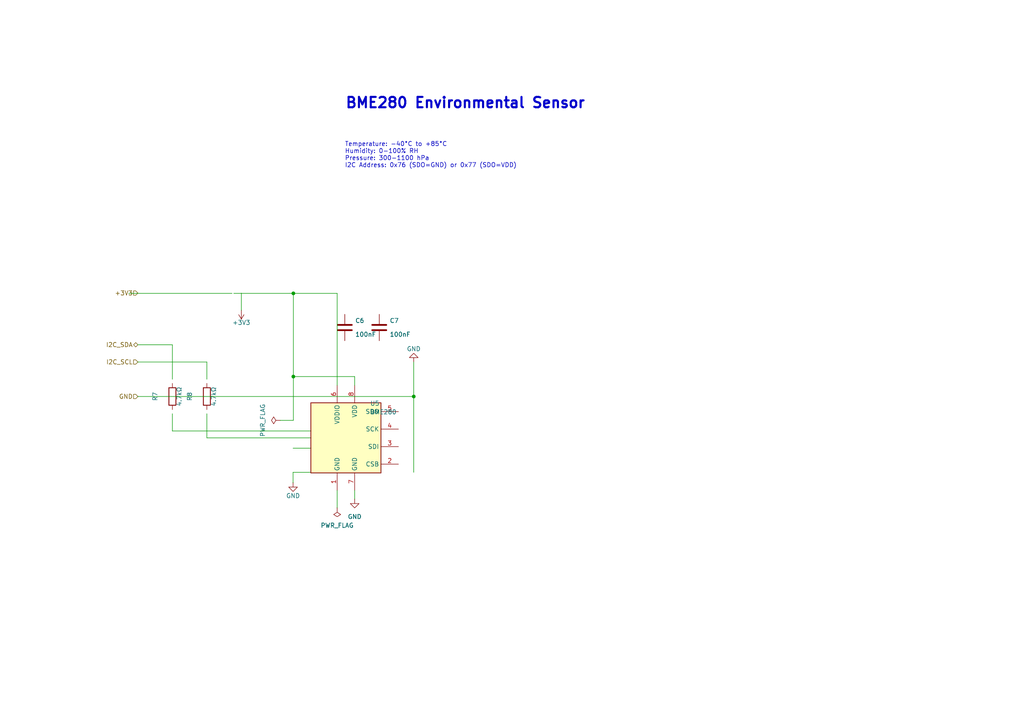
<source format=kicad_sch>
(kicad_sch (version 20250114) (generator "eeschema") (generator_version "9.0")
  (paper "A4")
  (title_block (title "SENSORS & ENVIRONMENTAL - BME280") (date "2025-11-10") (rev "1.0") (company "LA9FMA/LA1OLE - Eunoia Project") (comment 1 "BME280: Temperature, Humidity, Pressure") (comment 2 "I2C Interface: 0x76 or 0x77") (comment 3 "Environmental correlation for AI tuning") (comment 4 "3.3V operation with bypass caps"))
  (lib_symbols
    (symbol "Device:C" (pin_numbers (hide yes)) (pin_names (offset 0.254))
      (property "Reference" "C" (at 0.635 2.54 0))
      (property "Value" "C" (at 0.635 -2.54 0))
      (symbol "C_0_1"
        (polyline (pts (xy -2.032 0.762) (xy 2.032 0.762)) (stroke (width 0.508)))
        (polyline (pts (xy -2.032 -0.762) (xy 2.032 -0.762)) (stroke (width 0.508)))
      )
      (symbol "C_1_1"
        (pin passive line (at 0 3.81 270) (length 2.794) (name "~") (number "1"))
        (pin passive line (at 0 -3.81 90) (length 2.794) (name "~") (number "2"))
      )
    )
    (symbol "Device:R" (pin_numbers (hide yes)) (pin_names (offset 0))
      (property "Reference" "R" (at 2.032 0 90))
      (property "Value" "R" (at 0 0 90))
      (symbol "R_0_1"
        (rectangle (start -1.016 -2.54) (end 1.016 2.54) (stroke (width 0.254)))
      )
      (symbol "R_1_1"
        (pin passive line (at 0 3.81 270) (length 1.27) (name "~") (number "1"))
        (pin passive line (at 0 -3.81 90) (length 1.27) (name "~") (number "2"))
      )
    )
    (symbol "Sensor:BME280"
      (property "Reference" "U" (at -8.89 11.43 0))
      (property "Value" "BME280" (at 7.62 11.43 0))
      (symbol "BME280_0_1"
        (rectangle (start -10.16 10.16) (end 10.16 -10.16) (stroke (width 0.254)) (fill (type background)))
      )
      (symbol "BME280_1_1"
        (pin power_in line (at -2.54 15.24 270) (length 5.08) (name "VDDIO") (number "6"))
        (pin power_in line (at -2.54 -15.24 90) (length 5.08) (name "GND") (number "1"))
        (pin power_in line (at 2.54 15.24 270) (length 5.08) (name "VDD") (number "8"))
        (pin power_in line (at 2.54 -15.24 90) (length 5.08) (name "GND") (number "7"))
        (pin bidirectional line (at 15.24 7.62 180) (length 5.08) (name "SDO") (number "5"))
        (pin input line (at 15.24 2.54 180) (length 5.08) (name "SCK") (number "4"))
        (pin bidirectional line (at 15.24 -2.54 180) (length 5.08) (name "SDI") (number "3"))
        (pin input line (at 15.24 -7.62 180) (length 5.08) (name "CSB") (number "2"))
      )
    )
    (symbol "power:+3V3" (power) (pin_numbers (hide yes)) (pin_names (offset 0) (hide yes))
      (property "Value" "+3V3" (at 0 3.556 0))
      (symbol "+3V3_0_1"
        (polyline (pts (xy -0.762 1.27) (xy 0 2.54)))
        (polyline (pts (xy 0 2.54) (xy 0.762 1.27)))
        (polyline (pts (xy 0 0) (xy 0 2.54)))
      )
      (symbol "+3V3_1_1"
        (pin power_in line (at 0 0 90) (length 0) (name "~") (number "1"))
      )
    )
    (symbol "power:GND" (power) (pin_numbers (hide yes)) (pin_names (offset 0) (hide yes))
      (property "Value" "GND" (at 0 -3.81 0))
      (symbol "GND_0_1"
        (polyline (pts (xy 0 0) (xy 0 -1.27) (xy 1.27 -1.27) (xy 0 -2.54) (xy -1.27 -1.27) (xy 0 -1.27)))
      )
      (symbol "GND_1_1"
        (pin power_in line (at 0 0 270) (length 0) (name "~") (number "1"))
      )
    )
    (symbol "power:PWR_FLAG" (power) (pin_numbers (hide yes)) (pin_names (offset 0) (hide yes))
      (property "Value" "PWR_FLAG" (at 0 3.81 0))
      (symbol "PWR_FLAG_0_0"
        (pin power_out line (at 0 0 90) (length 0) (name "~") (number "1"))
      )
      (symbol "PWR_FLAG_0_1"
        (polyline (pts (xy 0 0) (xy 0 1.27) (xy -1.016 1.905) (xy 0 2.54) (xy 1.016 1.905) (xy 0 1.27)))
      )
    )
  )
  (text "BME280 Environmental Sensor" (at 100 30 0) (effects (font (size 3 3) (thickness 0.6) (bold yes)) (justify left)))
  (text "Temperature: -40°C to +85°C\nHumidity: 0-100% RH\nPressure: 300-1100 hPa\nI2C Address: 0x76 (SDO=GND) or 0x77 (SDO=VDD)" (at 100 45 0) (effects (font (size 1.27 1.27)) (justify left)))
  (junction (at 120 115))
  (junction (at 85.09 109.22))
  (junction (at 85.09 85.09))
  (wire (pts (xy 85.09 85.09) (xy 97.79 85.09)))
  (wire (pts (xy 40 100) (xy 50 100)))
  (wire (pts (xy 97.79 147.32) (xy 97.79 142.24)))
  (wire (pts (xy 90 130) (xy 85 130)))
  (wire (pts (xy 40 115) (xy 120 115)))
  (wire (pts (xy 85 137) (xy 85 140)))
  (wire (pts (xy 50 125) (xy 90 125)))
  (wire (pts (xy 81.28 121.92) (xy 85.09 121.92)))
  (wire (pts (xy 70 85) (xy 70 90)))
  (wire (pts (xy 60 105) (xy 60 110)))
  (wire (pts (xy 37.31 85.09) (xy 67.31 85.09)))
  (wire (pts (xy 97.79 85.09) (xy 97.79 111.76)))
  (wire (pts (xy 102.87 144.78) (xy 102.87 142.24)))
  (wire (pts (xy 85.09 109.22) (xy 102.87 109.22)))
  (wire (pts (xy 50 100) (xy 50 110)))
  (wire (pts (xy 50 120) (xy 50 125)))
  (wire (pts (xy 67.79 85.09) (xy 85.09 85.09)))
  (wire (pts (xy 85.09 109.22) (xy 85.09 85.09)))
  (wire (pts (xy 90 137) (xy 85 137)))
  (wire (pts (xy 60 127) (xy 90 127)))
  (wire (pts (xy 120 115) (xy 120 105)))
  (wire (pts (xy 120 115) (xy 120 137)))
  (wire (pts (xy 40 105) (xy 60 105)))
  (wire (pts (xy 60 120) (xy 60 127)))
  (wire (pts (xy 102.87 109.22) (xy 102.87 111.76)))
  (wire (pts (xy 85.09 109.22) (xy 85.09 121.92)))
  (hierarchical_label "I2C_SCL" (shape input) (at 40 105 180))
  (hierarchical_label "+3V3" (shape input) (at 40 85 180))
  (hierarchical_label "GND" (shape input) (at 40 115 180))
  (hierarchical_label "I2C_SDA" (shape bidirectional) (at 40 100 180))
  (symbol (lib_id "power:PWR_FLAG") (at 97.79 147.32 180) (unit 1)
    (property "Reference" "#FLG02" (effects (hide yes)))
    (property "Value" "PWR_FLAG" (at 97.79 152.4 0))
    (property "Description" "Special symbol for telling ERC where power comes from" (effects (hide yes)))
  )
  (symbol (lib_id "power:GND") (at 85 140 0) (unit 1)
    (property "Reference" "#PWR018" (effects (hide yes)))
    (property "Value" "GND" (at 85 143.81 0))
    (property "Description" "Power symbol creates a global label with name \"GND\" , ground" (effects (hide yes)))
  )
  (symbol (lib_id "power:GND") (at 120 105 180) (unit 1)
    (property "Reference" "#PWR019" (effects (hide yes)))
    (property "Value" "GND" (at 120 101.19 0))
    (property "Description" "Power symbol creates a global label with name \"GND\" , ground" (effects (hide yes)))
  )
  (symbol (lib_id "Device:C") (at 110 95 0) (unit 1)
    (property "Reference" "C7" (at 113 93 0) (effects (justify left)))
    (property "Value" "100nF" (at 113 97 0) (effects (justify left)))
    (property "Footprint" "Capacitor_SMD:C_0603_1608Metric" (effects (hide yes)))
    (property "Description" "Unpolarized capacitor" (effects (hide yes)))
  )
  (symbol (lib_id "power:GND") (at 102.87 144.78 0) (unit 1)
    (property "Reference" "#PWR010" (effects (hide yes)))
    (property "Value" "GND" (at 102.87 149.86 0))
    (property "Description" "Power symbol creates a global label with name \"GND\" , ground" (effects (hide yes)))
  )
  (symbol (lib_id "Device:C") (at 100 95 0) (unit 1)
    (property "Reference" "C6" (at 103 93 0) (effects (justify left)))
    (property "Value" "100nF" (at 103 97 0) (effects (justify left)))
    (property "Footprint" "Capacitor_SMD:C_0603_1608Metric" (effects (hide yes)))
    (property "Description" "Unpolarized capacitor" (effects (hide yes)))
  )
  (symbol (lib_id "Device:R") (at 60 115 0) (unit 1)
    (property "Reference" "R8" (at 55 115 90))
    (property "Value" "4.7kΩ" (at 62 115 90))
    (property "Footprint" "Resistor_SMD:R_0603_1608Metric" (effects (hide yes)))
    (property "Description" "Resistor" (effects (hide yes)))
  )
  (symbol (lib_id "Device:R") (at 50 115 0) (unit 1)
    (property "Reference" "R7" (at 45 115 90))
    (property "Value" "4.7kΩ" (at 52 115 90))
    (property "Footprint" "Resistor_SMD:R_0603_1608Metric" (effects (hide yes)))
    (property "Description" "Resistor" (effects (hide yes)))
  )
  (symbol (lib_id "power:PWR_FLAG") (at 81.28 121.92 90) (unit 1)
    (property "Reference" "#FLG04" (effects (hide yes)))
    (property "Value" "PWR_FLAG" (at 76.2 121.92 0))
    (property "Description" "Special symbol for telling ERC where power comes from" (effects (hide yes)))
  )
  (symbol (lib_id "Sensor:BME280") (at 100.33 127 0) (unit 1)
    (property "Reference" "U5" (at 107.33 117 0) (effects (justify left)))
    (property "Value" "BME280" (at 107.33 119.5 0) (effects (justify left)))
    (property "Footprint" "Package_LGA:Bosch_LGA-8_2.5x2.5mm_P0.65mm_ClockwisePinNumbering" (effects (hide yes)))
    (property "Datasheet" "https://www.bosch-sensortec.com/media/boschsensortec/downloads/datasheets/bst-bme280-ds002.pdf" (effects (hide yes)))
    (property "Description" "3-in-1 sensor, humidity, pressure, temperature, I2C and SPI interface, 1.71-3.6V, LGA-8" (effects (hide yes)))
  )
  (symbol (lib_id "power:+3V3") (at 70 90 180) (unit 1)
    (property "Reference" "#PWR017" (effects (hide yes)))
    (property "Value" "+3V3" (at 70 93.556 0))
    (property "Description" "Power symbol creates a global label with name \"+3V3\"" (effects (hide yes)))
  )
)
</source>
